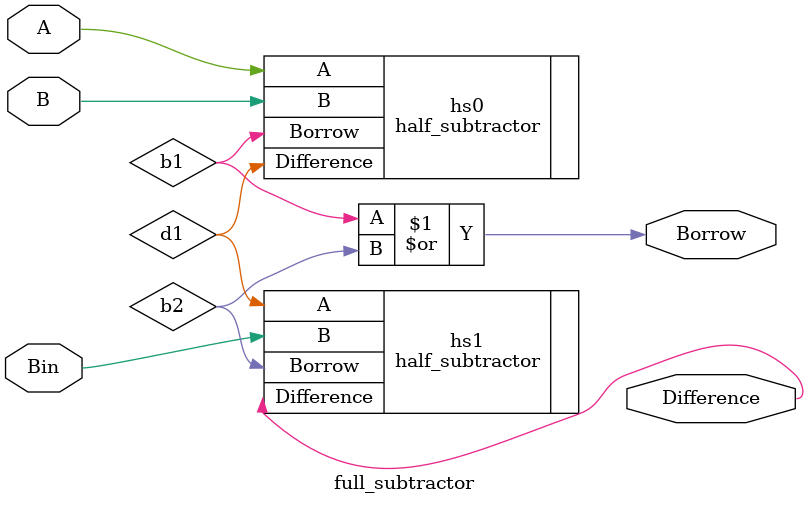
<source format=v>
module full_subtractor(
  input A,B,Bin,
    output Difference, Borrow
);
 
 wire d1,b1,b2;
  
half_subtractor hs0(
    .A             (A),
    .B             (B),
    .Difference    (d1),
    .Borrow        (b1)
); 

half_subtractor hs1(
    .A             (d1),
    .B             (Bin),
    .Difference    (Difference),
    .Borrow        (b2)
); 
    
assign Borrow = b1 | b2;   
    
endmodule
</source>
